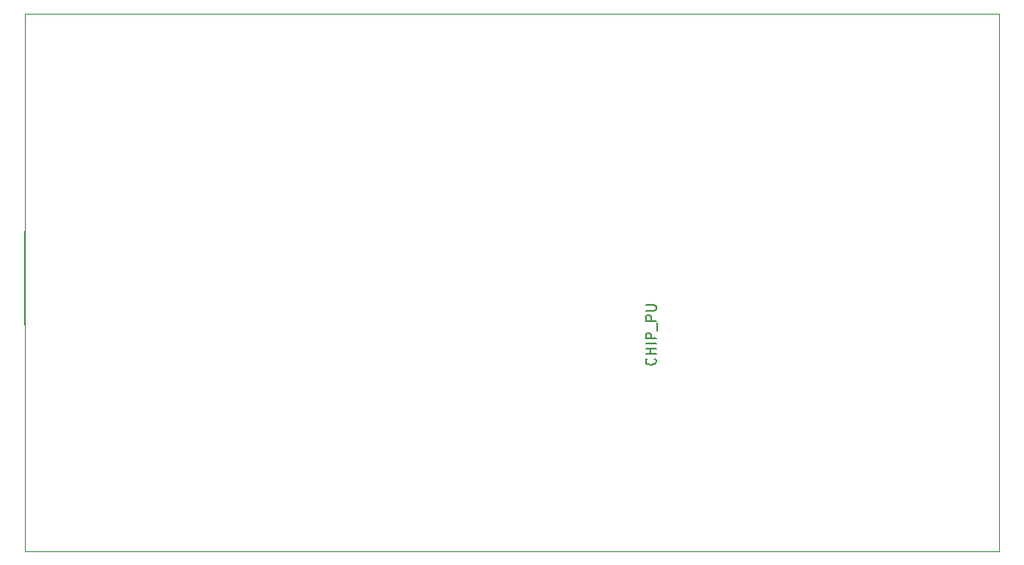
<source format=gbr>
%TF.GenerationSoftware,KiCad,Pcbnew,8.0.4*%
%TF.CreationDate,2024-10-15T03:00:00-05:00*%
%TF.ProjectId,FPP_10_8,4650505f-3130-45f3-982e-6b696361645f,rev?*%
%TF.SameCoordinates,Original*%
%TF.FileFunction,Profile,NP*%
%FSLAX46Y46*%
G04 Gerber Fmt 4.6, Leading zero omitted, Abs format (unit mm)*
G04 Created by KiCad (PCBNEW 8.0.4) date 2024-10-15 03:00:00*
%MOMM*%
%LPD*%
G01*
G04 APERTURE LIST*
%ADD10C,0.150000*%
%TA.AperFunction,Profile*%
%ADD11C,0.050000*%
%TD*%
%TA.AperFunction,Profile*%
%ADD12C,0.010000*%
%TD*%
G04 APERTURE END LIST*
D10*
X165824580Y-100391792D02*
X165872200Y-100439411D01*
X165872200Y-100439411D02*
X165919819Y-100582268D01*
X165919819Y-100582268D02*
X165919819Y-100677506D01*
X165919819Y-100677506D02*
X165872200Y-100820363D01*
X165872200Y-100820363D02*
X165776961Y-100915601D01*
X165776961Y-100915601D02*
X165681723Y-100963220D01*
X165681723Y-100963220D02*
X165491247Y-101010839D01*
X165491247Y-101010839D02*
X165348390Y-101010839D01*
X165348390Y-101010839D02*
X165157914Y-100963220D01*
X165157914Y-100963220D02*
X165062676Y-100915601D01*
X165062676Y-100915601D02*
X164967438Y-100820363D01*
X164967438Y-100820363D02*
X164919819Y-100677506D01*
X164919819Y-100677506D02*
X164919819Y-100582268D01*
X164919819Y-100582268D02*
X164967438Y-100439411D01*
X164967438Y-100439411D02*
X165015057Y-100391792D01*
X165919819Y-99963220D02*
X164919819Y-99963220D01*
X165396009Y-99963220D02*
X165396009Y-99391792D01*
X165919819Y-99391792D02*
X164919819Y-99391792D01*
X165919819Y-98915601D02*
X164919819Y-98915601D01*
X165919819Y-98439411D02*
X164919819Y-98439411D01*
X164919819Y-98439411D02*
X164919819Y-98058459D01*
X164919819Y-98058459D02*
X164967438Y-97963221D01*
X164967438Y-97963221D02*
X165015057Y-97915602D01*
X165015057Y-97915602D02*
X165110295Y-97867983D01*
X165110295Y-97867983D02*
X165253152Y-97867983D01*
X165253152Y-97867983D02*
X165348390Y-97915602D01*
X165348390Y-97915602D02*
X165396009Y-97963221D01*
X165396009Y-97963221D02*
X165443628Y-98058459D01*
X165443628Y-98058459D02*
X165443628Y-98439411D01*
X166015057Y-97677507D02*
X166015057Y-96915602D01*
X165919819Y-96677506D02*
X164919819Y-96677506D01*
X164919819Y-96677506D02*
X164919819Y-96296554D01*
X164919819Y-96296554D02*
X164967438Y-96201316D01*
X164967438Y-96201316D02*
X165015057Y-96153697D01*
X165015057Y-96153697D02*
X165110295Y-96106078D01*
X165110295Y-96106078D02*
X165253152Y-96106078D01*
X165253152Y-96106078D02*
X165348390Y-96153697D01*
X165348390Y-96153697D02*
X165396009Y-96201316D01*
X165396009Y-96201316D02*
X165443628Y-96296554D01*
X165443628Y-96296554D02*
X165443628Y-96677506D01*
X164919819Y-95677506D02*
X165729342Y-95677506D01*
X165729342Y-95677506D02*
X165824580Y-95629887D01*
X165824580Y-95629887D02*
X165872200Y-95582268D01*
X165872200Y-95582268D02*
X165919819Y-95487030D01*
X165919819Y-95487030D02*
X165919819Y-95296554D01*
X165919819Y-95296554D02*
X165872200Y-95201316D01*
X165872200Y-95201316D02*
X165824580Y-95153697D01*
X165824580Y-95153697D02*
X165729342Y-95106078D01*
X165729342Y-95106078D02*
X164919819Y-95106078D01*
D11*
X103750000Y-66400000D02*
X199750000Y-66400000D01*
X199750000Y-119400000D01*
X103750000Y-119400000D01*
X103750000Y-66400000D01*
D12*
%TO.C,J2*%
X103682500Y-87780000D02*
X103682500Y-97020000D01*
%TD*%
M02*

</source>
